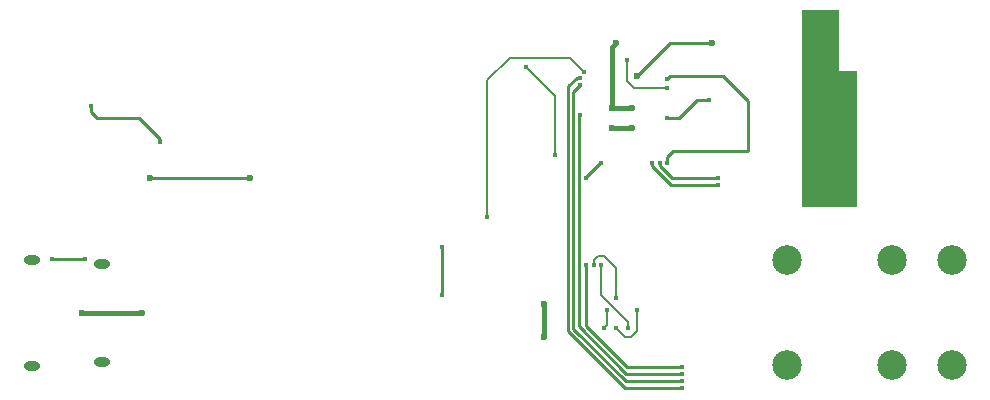
<source format=gbr>
G04 #@! TF.FileFunction,Copper,L2,Bot,Signal*
%FSLAX46Y46*%
G04 Gerber Fmt 4.6, Leading zero omitted, Abs format (unit mm)*
G04 Created by KiCad (PCBNEW 4.0.7) date 03/27/18 03:46:25*
%MOMM*%
%LPD*%
G01*
G04 APERTURE LIST*
%ADD10C,0.100000*%
%ADD11C,0.010000*%
%ADD12O,1.400000X0.800000*%
%ADD13C,2.500000*%
%ADD14C,0.600000*%
%ADD15C,0.400000*%
%ADD16C,0.400000*%
%ADD17C,0.300000*%
%ADD18C,0.250000*%
%ADD19C,0.160000*%
G04 APERTURE END LIST*
D10*
D11*
G36*
X177794000Y-92532333D02*
X177794000Y-75937667D01*
X180842000Y-75937667D01*
X180842000Y-81102333D01*
X182366000Y-81102333D01*
X182366000Y-92532333D01*
X177794000Y-92532333D01*
X177794000Y-92532333D01*
G37*
X177794000Y-92532333D02*
X177794000Y-75937667D01*
X180842000Y-75937667D01*
X180842000Y-81102333D01*
X182366000Y-81102333D01*
X182366000Y-92532333D01*
X177794000Y-92532333D01*
D12*
X118535000Y-97470000D03*
X118535000Y-105730000D03*
X112585000Y-106090000D03*
X112585000Y-97110000D03*
D13*
X176530000Y-106045000D03*
X185420000Y-97155000D03*
X185420000Y-106045000D03*
X190500000Y-106045000D03*
X190500000Y-97155000D03*
X176530000Y-97155000D03*
D14*
X162052000Y-78739926D03*
X161697500Y-85952500D03*
X163422500Y-85952500D03*
X163422500Y-84227500D03*
X161697500Y-84227500D03*
X155956000Y-103632000D03*
X155956000Y-100838000D03*
X121920000Y-101600000D03*
X116840000Y-101600000D03*
D15*
X159512000Y-90170000D03*
X160782000Y-88900000D03*
X147320000Y-96012090D03*
D14*
X131064000Y-90170000D03*
D15*
X147320000Y-100076000D03*
D14*
X122555000Y-90170000D03*
D15*
X169926000Y-83566000D03*
X166370000Y-85090000D03*
X166370000Y-88900000D03*
X166370000Y-81788000D03*
D14*
X170180000Y-78740000D03*
X163830000Y-81534000D03*
D15*
X117602000Y-84074000D03*
X123444000Y-87122000D03*
X117094000Y-97028000D03*
X114300000Y-97028000D03*
X170688000Y-90170000D03*
X165769997Y-88900000D03*
X170688000Y-90770003D03*
X165100000Y-88900000D03*
X154432000Y-80772000D03*
X156863761Y-88259937D03*
X159371432Y-81201536D03*
X151130000Y-93472000D03*
X162985053Y-80199495D03*
X166370000Y-82550000D03*
X159004118Y-81695977D03*
X167640000Y-107972069D03*
X159004000Y-82295978D03*
X167640000Y-107372056D03*
X167640000Y-106772043D03*
X159004000Y-84836000D03*
X167640000Y-106171936D03*
X159512000Y-97536000D03*
X161290000Y-101346000D03*
X161036000Y-102870000D03*
X163830000Y-101346000D03*
X162052000Y-102870000D03*
X163068000Y-102870000D03*
X160782000Y-97536000D03*
X162052000Y-100330000D03*
X160181997Y-97536000D03*
D16*
X161697500Y-79094426D02*
X161752001Y-79039925D01*
X161697500Y-84227500D02*
X161697500Y-79094426D01*
X161752001Y-79039925D02*
X162052000Y-78739926D01*
X176403000Y-97155000D02*
X176530000Y-97155000D01*
X161697500Y-84227500D02*
X163422500Y-84227500D01*
X161697500Y-85952500D02*
X163422500Y-85952500D01*
X155956000Y-100838000D02*
X155956000Y-103632000D01*
X116840000Y-101600000D02*
X121920000Y-101600000D01*
D17*
X160782000Y-88900000D02*
X159512000Y-90170000D01*
D18*
X147320000Y-100076000D02*
X147320000Y-96012090D01*
X122555000Y-90170000D02*
X131064000Y-90170000D01*
X166370000Y-85090000D02*
X167386000Y-85090000D01*
X167386000Y-85090000D02*
X168910000Y-83566000D01*
X168910000Y-83566000D02*
X169926000Y-83566000D01*
X166370000Y-81788000D02*
X166624000Y-81534000D01*
X166624000Y-81534000D02*
X171069000Y-81534000D01*
X171069000Y-81534000D02*
X173228000Y-83693000D01*
X173228000Y-83693000D02*
X173228000Y-87884000D01*
X166370000Y-88646000D02*
X166370000Y-88900000D01*
X173228000Y-87884000D02*
X166878000Y-87884000D01*
X166878000Y-87884000D02*
X166370000Y-88392000D01*
X166370000Y-88392000D02*
X166370000Y-88646000D01*
X169755736Y-78740000D02*
X170180000Y-78740000D01*
X166624000Y-78740000D02*
X169755736Y-78740000D01*
X163830000Y-81534000D02*
X166624000Y-78740000D01*
X123444000Y-87122000D02*
X123444000Y-86868000D01*
X123444000Y-86868000D02*
X121666000Y-85090000D01*
X121666000Y-85090000D02*
X118110000Y-85090000D01*
X118110000Y-85090000D02*
X117602000Y-84582000D01*
X117602000Y-84582000D02*
X117602000Y-84074000D01*
X114300000Y-97028000D02*
X117094000Y-97028000D01*
X165769997Y-88900000D02*
X165769997Y-89182842D01*
X165769997Y-89182842D02*
X166757155Y-90170000D01*
X166757155Y-90170000D02*
X170688000Y-90170000D01*
X165100000Y-88900000D02*
X165100000Y-89182842D01*
X165100000Y-89182842D02*
X166687161Y-90770003D01*
X166687161Y-90770003D02*
X170688000Y-90770003D01*
D19*
X154631999Y-80971999D02*
X154432000Y-80772000D01*
X156863761Y-83203761D02*
X154631999Y-80971999D01*
X156863761Y-88259937D02*
X156863761Y-83203761D01*
X158179896Y-80010000D02*
X159171433Y-81001537D01*
X151130000Y-93472000D02*
X151130000Y-81915000D01*
X153035000Y-80010000D02*
X158179896Y-80010000D01*
X159171433Y-81001537D02*
X159371432Y-81201536D01*
X151130000Y-81915000D02*
X153035000Y-80010000D01*
X166370000Y-82550000D02*
X163576000Y-82550000D01*
X163576000Y-82550000D02*
X162985053Y-81959053D01*
X162985053Y-81959053D02*
X162985053Y-80482337D01*
X162985053Y-80482337D02*
X162985053Y-80199495D01*
D18*
X157988000Y-103124001D02*
X157988000Y-82429253D01*
X162836069Y-107972069D02*
X157988000Y-103124001D01*
X167640000Y-107972069D02*
X162836069Y-107972069D01*
X158721276Y-81695977D02*
X159004118Y-81695977D01*
X157988000Y-82429253D02*
X158721276Y-81695977D01*
X167640000Y-107372056D02*
X162872466Y-107372056D01*
X162872466Y-107372056D02*
X158438011Y-102937601D01*
X158438011Y-102937601D02*
X158438011Y-82861967D01*
X158438011Y-82861967D02*
X158804001Y-82495977D01*
X158804001Y-82495977D02*
X159004000Y-82295978D01*
X159004000Y-84836000D02*
X158888022Y-84951978D01*
X158888022Y-102751202D02*
X162908863Y-106772043D01*
X162908863Y-106772043D02*
X167357158Y-106772043D01*
X158888022Y-84951978D02*
X158888022Y-102751202D01*
X167357158Y-106772043D02*
X167640000Y-106772043D01*
X167357158Y-106171936D02*
X167640000Y-106171936D01*
X162945166Y-106171936D02*
X167357158Y-106171936D01*
X159512000Y-102738770D02*
X162945166Y-106171936D01*
X159512000Y-97536000D02*
X159512000Y-102738770D01*
D19*
X161290000Y-102616000D02*
X161290000Y-101628842D01*
X161036000Y-102870000D02*
X161290000Y-102616000D01*
X161290000Y-101628842D02*
X161290000Y-101346000D01*
X163830000Y-103124000D02*
X163830000Y-101628842D01*
X163345205Y-103608795D02*
X163830000Y-103124000D01*
X162052000Y-102870000D02*
X162790795Y-103608795D01*
X163830000Y-101628842D02*
X163830000Y-101346000D01*
X162790795Y-103608795D02*
X163345205Y-103608795D01*
X163068000Y-102587158D02*
X163068000Y-102870000D01*
X160782000Y-100076000D02*
X163068000Y-102362000D01*
X160782000Y-97536000D02*
X160782000Y-100076000D01*
X163068000Y-102362000D02*
X163068000Y-102587158D01*
X160181997Y-97536000D02*
X160181997Y-97120003D01*
X160528000Y-96774000D02*
X161036000Y-96774000D01*
X160181997Y-97120003D02*
X160528000Y-96774000D01*
X161036000Y-96774000D02*
X162052000Y-97790000D01*
X162052000Y-97790000D02*
X162052000Y-100330000D01*
M02*

</source>
